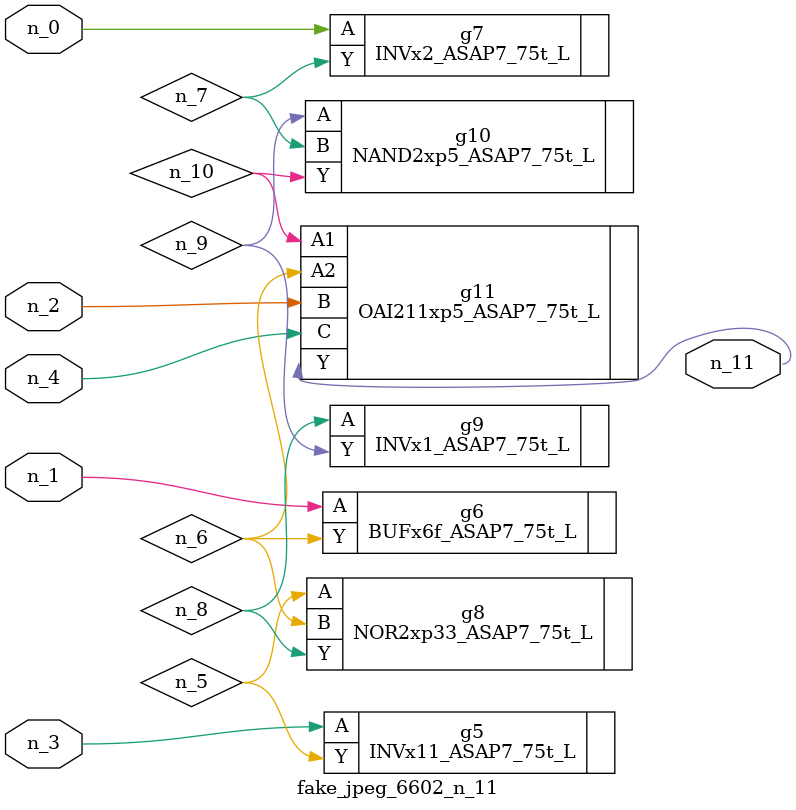
<source format=v>
module fake_jpeg_6602_n_11 (n_3, n_2, n_1, n_0, n_4, n_11);

input n_3;
input n_2;
input n_1;
input n_0;
input n_4;

output n_11;

wire n_10;
wire n_8;
wire n_9;
wire n_6;
wire n_5;
wire n_7;

INVx11_ASAP7_75t_L g5 ( 
.A(n_3),
.Y(n_5)
);

BUFx6f_ASAP7_75t_L g6 ( 
.A(n_1),
.Y(n_6)
);

INVx2_ASAP7_75t_L g7 ( 
.A(n_0),
.Y(n_7)
);

NOR2xp33_ASAP7_75t_L g8 ( 
.A(n_5),
.B(n_6),
.Y(n_8)
);

INVx1_ASAP7_75t_L g9 ( 
.A(n_8),
.Y(n_9)
);

NAND2xp5_ASAP7_75t_L g10 ( 
.A(n_9),
.B(n_7),
.Y(n_10)
);

OAI211xp5_ASAP7_75t_L g11 ( 
.A1(n_10),
.A2(n_6),
.B(n_2),
.C(n_4),
.Y(n_11)
);


endmodule
</source>
